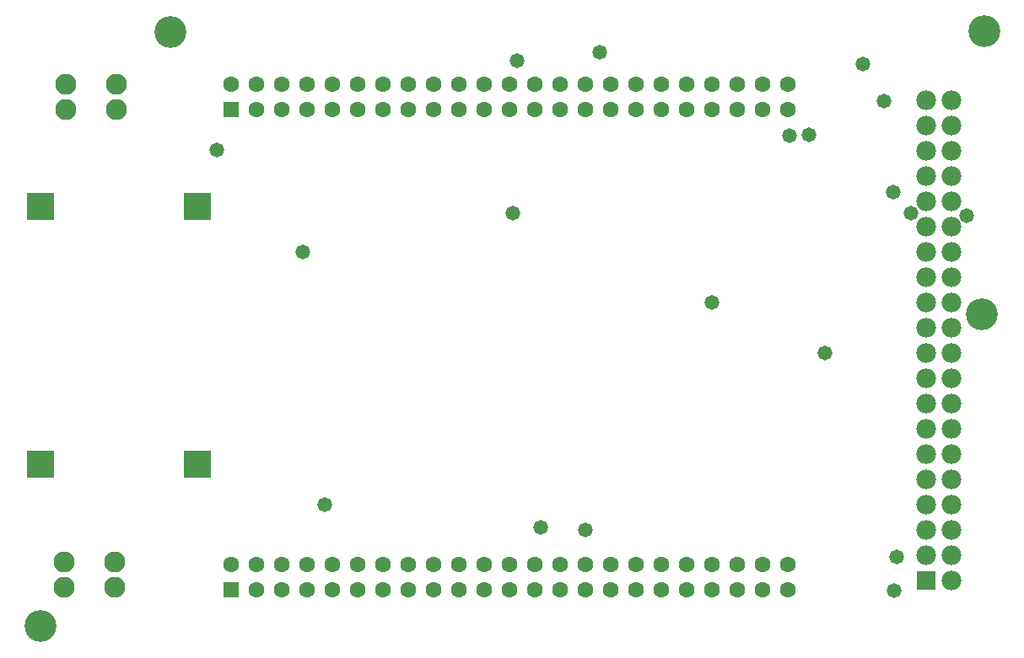
<source format=gts>
G04*
G04 #@! TF.GenerationSoftware,Altium Limited,Altium Designer,20.0.13 (296)*
G04*
G04 Layer_Color=8388736*
%FSLAX25Y25*%
%MOIN*%
G70*
G01*
G75*
%ADD15C,0.12611*%
%ADD16R,0.10642X0.10642*%
%ADD17C,0.08359*%
%ADD18C,0.06310*%
%ADD19R,0.06310X0.06310*%
%ADD20R,0.07800X0.07800*%
%ADD21C,0.07800*%
%ADD22C,0.05800*%
D15*
X302500Y420500D02*
D03*
X251000Y185500D02*
D03*
X623000Y309000D02*
D03*
X624000Y421000D02*
D03*
D16*
X251000Y249801D02*
D03*
X313000D02*
D03*
Y351801D02*
D03*
X251000D02*
D03*
D17*
X281000Y390000D02*
D03*
Y400000D02*
D03*
X261000D02*
D03*
Y390000D02*
D03*
X280500Y201000D02*
D03*
Y211000D02*
D03*
X260500D02*
D03*
Y201000D02*
D03*
D18*
X546500Y210000D02*
D03*
Y200000D02*
D03*
X536500Y210000D02*
D03*
Y200000D02*
D03*
X526500Y210000D02*
D03*
Y200000D02*
D03*
X516500Y210000D02*
D03*
Y200000D02*
D03*
X506500Y210000D02*
D03*
Y200000D02*
D03*
X496500Y210000D02*
D03*
Y200000D02*
D03*
X486500Y210000D02*
D03*
Y200000D02*
D03*
X476500Y210000D02*
D03*
Y200000D02*
D03*
X466500Y210000D02*
D03*
Y200000D02*
D03*
X456500Y210000D02*
D03*
Y200000D02*
D03*
X446500Y210000D02*
D03*
Y200000D02*
D03*
X436500Y210000D02*
D03*
Y200000D02*
D03*
X426500Y210000D02*
D03*
Y200000D02*
D03*
X416500Y210000D02*
D03*
Y200000D02*
D03*
X406500Y210000D02*
D03*
Y200000D02*
D03*
X396500Y210000D02*
D03*
Y200000D02*
D03*
X386500Y210000D02*
D03*
Y200000D02*
D03*
X376500Y210000D02*
D03*
Y200000D02*
D03*
X366500Y210000D02*
D03*
Y200000D02*
D03*
X356500Y210000D02*
D03*
Y200000D02*
D03*
X346500Y210000D02*
D03*
Y200000D02*
D03*
X336500Y210000D02*
D03*
Y200000D02*
D03*
X326500Y210000D02*
D03*
X546500Y400000D02*
D03*
Y390000D02*
D03*
X536500Y400000D02*
D03*
Y390000D02*
D03*
X526500Y400000D02*
D03*
Y390000D02*
D03*
X516500Y400000D02*
D03*
Y390000D02*
D03*
X506500Y400000D02*
D03*
Y390000D02*
D03*
X496500Y400000D02*
D03*
Y390000D02*
D03*
X486500Y400000D02*
D03*
Y390000D02*
D03*
X476500Y400000D02*
D03*
Y390000D02*
D03*
X466500Y400000D02*
D03*
Y390000D02*
D03*
X456500Y400000D02*
D03*
Y390000D02*
D03*
X446500Y400000D02*
D03*
Y390000D02*
D03*
X436500Y400000D02*
D03*
Y390000D02*
D03*
X426500Y400000D02*
D03*
Y390000D02*
D03*
X416500Y400000D02*
D03*
Y390000D02*
D03*
X406500Y400000D02*
D03*
Y390000D02*
D03*
X396500Y400000D02*
D03*
Y390000D02*
D03*
X386500Y400000D02*
D03*
Y390000D02*
D03*
X376500Y400000D02*
D03*
Y390000D02*
D03*
X366500Y400000D02*
D03*
Y390000D02*
D03*
X356500Y400000D02*
D03*
Y390000D02*
D03*
X346500Y400000D02*
D03*
Y390000D02*
D03*
X336500Y400000D02*
D03*
Y390000D02*
D03*
X326500Y400000D02*
D03*
D19*
Y200000D02*
D03*
Y390000D02*
D03*
D20*
X601000Y203500D02*
D03*
D21*
X611000D02*
D03*
X601000Y213500D02*
D03*
X611000D02*
D03*
X601000Y223500D02*
D03*
X611000D02*
D03*
X601000Y233500D02*
D03*
X611000D02*
D03*
X601000Y243500D02*
D03*
X611000D02*
D03*
X601000Y253500D02*
D03*
X611000D02*
D03*
X601000Y263500D02*
D03*
X611000D02*
D03*
X601000Y273500D02*
D03*
X611000D02*
D03*
X601000Y283500D02*
D03*
X611000D02*
D03*
X601000Y293500D02*
D03*
X611000D02*
D03*
X601000Y303500D02*
D03*
X611000D02*
D03*
X601000Y313500D02*
D03*
X611000D02*
D03*
X601000Y323500D02*
D03*
X611000D02*
D03*
X601000Y333500D02*
D03*
X611000D02*
D03*
X601000Y343500D02*
D03*
X611000D02*
D03*
X601000Y353500D02*
D03*
X611000D02*
D03*
X601000Y363500D02*
D03*
X611000D02*
D03*
X601000Y373500D02*
D03*
X611000D02*
D03*
Y383500D02*
D03*
X601000D02*
D03*
X611000Y393500D02*
D03*
X601000D02*
D03*
D22*
X561000Y293500D02*
D03*
X576170Y407900D02*
D03*
X617000Y348000D02*
D03*
X587900Y357200D02*
D03*
X439500Y409300D02*
D03*
X320800Y374000D02*
D03*
X589500Y212900D02*
D03*
X584500Y393200D02*
D03*
X472200Y412700D02*
D03*
X588500Y199700D02*
D03*
X363500Y233500D02*
D03*
X354800Y333500D02*
D03*
X448600Y224600D02*
D03*
X547100Y379700D02*
D03*
X554600Y380100D02*
D03*
X466500Y223500D02*
D03*
X437600Y348900D02*
D03*
X595000D02*
D03*
X516500Y313500D02*
D03*
M02*

</source>
